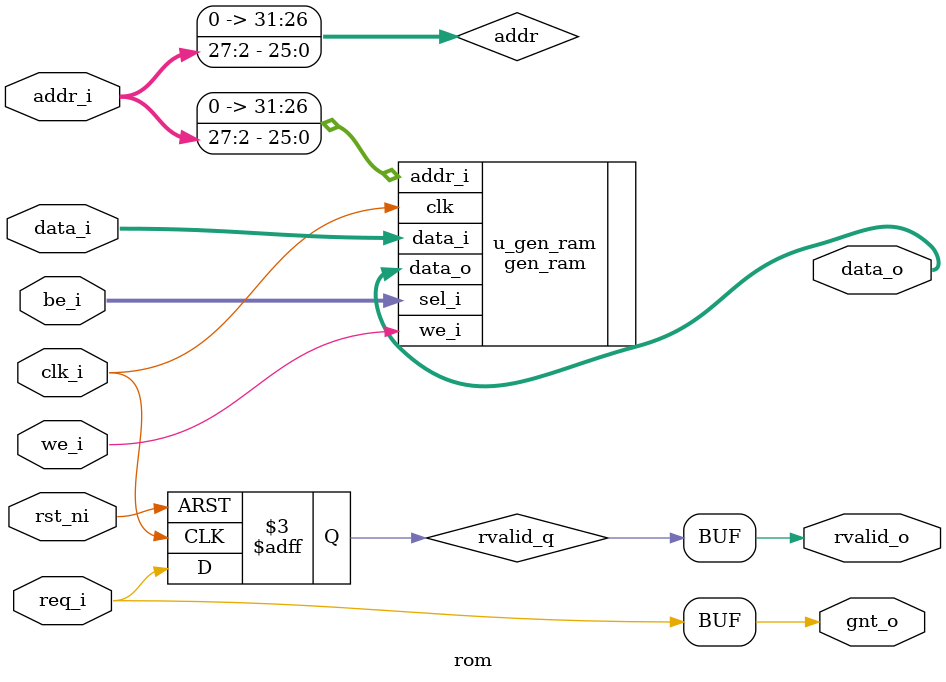
<source format=sv>
 /*                                                                      
 Copyright 2020 Blue Liang, liangkangnan@163.com
                                                                         
 Licensed under the Apache License, Version 2.0 (the "License");         
 you may not use this file except in compliance with the License.        
 You may obtain a copy of the License at                                 
                                                                         
     http://www.apache.org/licenses/LICENSE-2.0                          
                                                                         
 Unless required by applicable law or agreed to in writing, software    
 distributed under the License is distributed on an "AS IS" BASIS,       
 WITHOUT WARRANTIES OR CONDITIONS OF ANY KIND, either express or implied.
 See the License for the specific language governing permissions and     
 limitations under the License.                                          
 */

`include "../core/defines.sv"


module rom #(
    parameter DP = 4096
    )(
    input  wire        clk_i,
    input  wire        rst_ni,

    input  wire        req_i,
    input  wire        we_i,
    input  wire [ 3:0] be_i,
    input  wire [31:0] addr_i,
    input  wire [31:0] data_i,
    output wire        gnt_o,
    output wire        rvalid_o,
	output wire [31:0] data_o
    );

    reg rvalid_q;
    wire[31:0] addr;

    assign addr = {6'h0, addr_i[27:2]};
    assign gnt_o = req_i;

    always @(posedge clk_i or negedge rst_ni) begin
        if (!rst_ni) begin
            rvalid_q <= 1'b0;
        end else begin
            rvalid_q <= req_i;
        end
    end

    assign rvalid_o = rvalid_q;

    gen_ram #(
        .DP(DP),
        .DW(32),
        .MW(4),
        .AW(32)
    ) u_gen_ram(
        .clk(clk_i),
        .addr_i(addr),
        .data_i(data_i),
        .sel_i(be_i),
        .we_i(we_i),
        .data_o(data_o)
    );

endmodule

</source>
